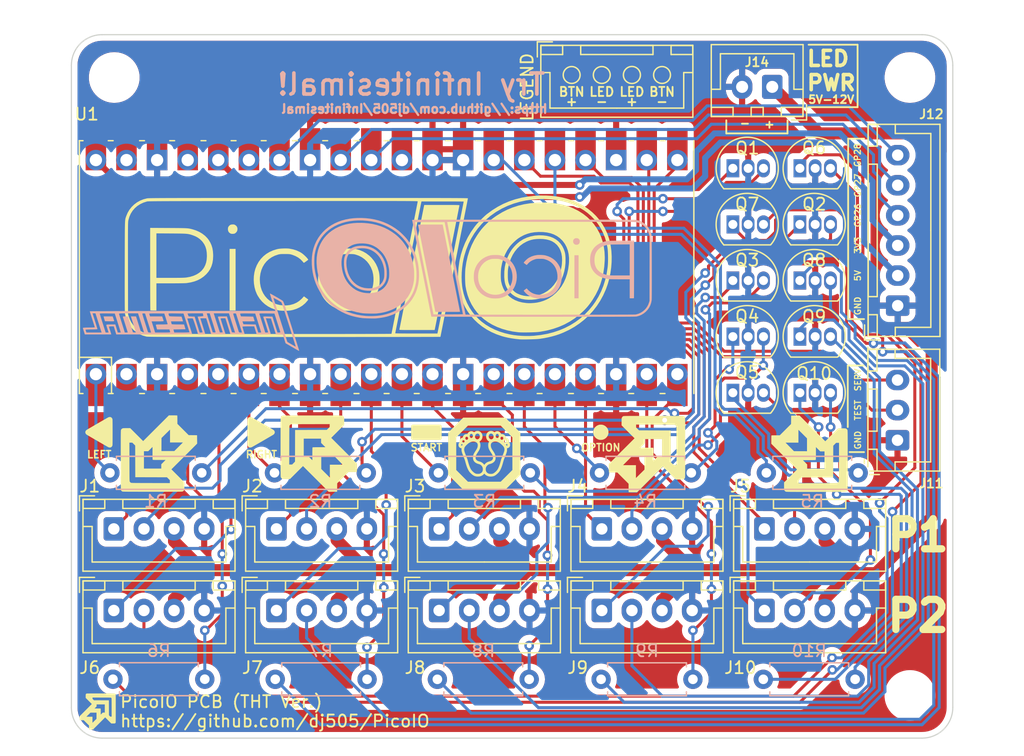
<source format=kicad_pcb>
(kicad_pcb (version 20211014) (generator pcbnew)
  (layers (0 "F.Cu" signal) (31 "B.Cu" signal) (34 "B.Paste" user) (35 "F.Paste" user) (36 "B.SilkS" user "B.Silkscreen") (37 "F.SilkS" user "F.Silkscreen") (38 "B.Mask" user) (39 "F.Mask" user) (44 "Edge.Cuts" user))
  (net 0 "")
  (net 1 "P1 DL")
  (net 2 "P1 DL LED")
  (net 3 "GND")
  (net 4 "P1 UL")
  (net 5 "P1 UL LED")
  (net 6 "P1 CN")
  (net 7 "P1 CN LED")
  (net 8 "P1 UR")
  (net 9 "P1 UR LED")
  (net 10 "P1 DR")
  (net 11 "P1 DR LED")
  (net 12 "P2 DL")
  (net 13 "P2 DL LED")
  (net 14 "P2 UL")
  (net 15 "P2 UL LED")
  (net 16 "P2 CN")
  (net 17 "P2 CN LED")
  (net 18 "P2 UR")
  (net 19 "P2 UR LED")
  (net 20 "P2 DR")
  (net 21 "P2 DR LED")
  (net 22 "TEST")
  (net 23 "SERVICE")
  (net 24 "+3V3")
  (net 25 "+5V")
  (net 30 "Net-(J1-Pad2)")
  (net 31 "Net-(J2-Pad2)")
  (net 32 "Net-(J3-Pad2)")
  (net 33 "Net-(J4-Pad2)")
  (net 34 "Net-(J5-Pad2)")
  (net 35 "LED +")
  (net 36 "GP26")
  (net 37 "GP27")
  (net 38 "GP28")
  (net 39 "Net-(J6-Pad2)")
  (net 40 "Net-(J7-Pad2)")
  (net 41 "Net-(J8-Pad2)")
  (net 42 "Net-(Q1-Pad1)")
  (net 43 "Net-(Q2-Pad1)")
  (net 44 "Net-(Q3-Pad1)")
  (net 45 "Net-(Q4-Pad1)")
  (net 46 "Net-(Q5-Pad1)")
  (net 47 "Net-(Q6-Pad1)")
  (net 48 "Net-(Q7-Pad1)")
  (net 49 "Net-(Q8-Pad1)")
  (net 50 "Net-(Q9-Pad1)")
  (net 51 "Net-(Q10-Pad1)")
  (net 52 "Net-(J9-Pad2)")
  (net 53 "Net-(J10-Pad2)")
  (footprint "Connector_JST:JST_XH_B4B-XH-A_1x04_P2.50mm_Vertical" (layer "F.Cu") (at 167.48 106.508)
    (fp_text reference "J5")
    (fp_text value "Conn_01x04")
  )
  (footprint "MCU_RaspberryPi_and_Boards:RPi_Pico_SMD_TH" (layer "F.Cu") (at 136.122 84.765 90)
    (fp_text reference "U1")
    (fp_text value "Pico")
  )
  (footprint "Connector_JST:JST_XH_B4B-XH-A_1x04_P2.50mm_Vertical" (layer "F.Cu") (at 167.48 113.283)
    (fp_text reference "J10")
    (fp_text value "Conn_01x04")
  )
  (footprint "Connector_JST:JST_XH_B4B-XH-A_1x04_P2.50mm_Vertical" (layer "F.Cu") (at 151.48 68.808)
    (fp_text reference "J4" hide)
    (fp_text value "Conn_01x04" hide)
  )
  (footprint "Connector_JST:JST_XH_B3B-XH-A_1x03_P2.50mm_Vertical" (layer "F.Cu") (at 178.523 99.143 90)
    (fp_text reference "J11")
    (fp_text value "Conn_01x03")
  )
  (footprint "Connector_JST:JST_XH_B4B-XH-A_1x04_P2.50mm_Vertical" (layer "F.Cu") (at 113.48 113.283)
    (fp_text reference "J6")
    (fp_text value "Conn_01x04")
  )
  (footprint "MountingHole:MountingHole_3.2mm_M3" (layer "F.Cu") (at 179.556 69.017)
    (fp_text reference "REF**" hide)
    (fp_text value "MountingHole_3.2mm_M3")
  )
  (footprint "Package_TO_SOT_THT:TO-92L_Inline" (layer "F.Cu") (at 164.86 76.56)
    (fp_text reference "Q1")
    (fp_text value "BSS138")
  )
  (footprint "Package_TO_SOT_THT:TO-92L_Inline" (layer "F.Cu") (at 164.86 90.54)
    (fp_text reference "Q4")
    (fp_text value "BSS138")
  )
  (footprint "Connector_JST:JST_XH_B4B-XH-A_1x04_P2.50mm_Vertical" (layer "F.Cu") (at 126.98 113.283)
    (fp_text reference "J7")
    (fp_text value "Conn_01x04")
  )
  (footprint "Connector_JST:JST_XH_B4B-XH-A_1x04_P2.50mm_Vertical" (layer "F.Cu") (at 140.48 106.508)
    (fp_text reference "J3")
    (fp_text value "Conn_01x04")
  )
  (footprint "Connector_JST:JST_XH_B4B-XH-A_1x04_P2.50mm_Vertical" (layer "F.Cu") (at 153.98 106.508)
    (fp_text reference "J4")
    (fp_text value "Conn_01x04")
  )
  (footprint "Connector_JST:JST_XH_B4B-XH-A_1x04_P2.50mm_Vertical" (layer "F.Cu") (at 113.48 106.508)
    (fp_text reference "J1")
    (fp_text value "Conn_01x04")
  )
  (footprint "Package_TO_SOT_THT:TO-92L_Inline" (layer "F.Cu") (at 164.859 85.88)
    (fp_text reference "Q3")
    (fp_text value "BSS138")
  )
  (footprint "Package_TO_SOT_THT:TO-92L_Inline" (layer "F.Cu") (at 170.42 95.2)
    (fp_text reference "Q10")
    (fp_text value "BSS138")
  )
  (footprint "Package_TO_SOT_THT:TO-92L_Inline" (layer "F.Cu") (at 164.86 81.22)
    (fp_text reference "Q7")
    (fp_text value "BSS138")
  )
  (footprint "Connector_JST:JST_XH_B6B-XH-A_1x06_P2.50mm_Vertical" (layer "F.Cu") (at 178.54 87.967 90)
    (fp_text reference "J12")
    (fp_text value "Conn_01x06")
  )
  (footprint "Package_TO_SOT_THT:TO-92L_Inline" (layer "F.Cu") (at 170.42 85.88)
    (fp_text reference "Q8")
    (fp_text value "BSS138")
  )
  (footprint "LogoFootprints:Arrow_6" (layer "F.Cu") (at 171.23 100.259 -90)
    (fp_text reference "G***" hide)
    (fp_text value "LOGO" hide)
  )
  (footprint "LogoFootprints:Btnboard_Start-2_8mm" (layer "F.Cu") (at 139.424 98.481)
    (fp_text reference "G***" hide)
    (fp_text value "LOGO" hide)
  )
  (footprint "Connector_JST:JST_XH_B4B-XH-A_1x04_P2.50mm_Vertical" (layer "F.Cu") (at 126.98 106.508)
    (fp_text reference "J2")
    (fp_text value "Conn_01x04")
  )
  (footprint "LogoFootprints:Arrow_6" (layer "F.Cu") (at 130.48 100.259 90)
    (fp_text reference "G***" hide)
    (fp_text value "LOGO" hide)
  )
  (footprint "LogoFootprints:Arrow_6" (layer "F.Cu") (at 157.73 100.283)
    (fp_text reference "G***" hide)
    (fp_text value "LOGO" hide)
  )
  (footprint "LogoFootprints:PicoIO" (layer "F.Cu") (at 134.598 84.765)
    (fp_text reference "G***" hide)
    (fp_text value "LOGO" hide)
  )
  (footprint "LogoFootprints:Btnboard_Options-2_8mm" (layer "F.Cu") (at 153.902 98.481)
    (fp_text reference "G***" hide)
    (fp_text value "LOGO" hide)
  )
  (footprint "LogoFootprints:Btnboard_Arrow-2_8mm" (layer "F.Cu") (at 125.708 98.481)
    (fp_text reference "G***" hide)
    (fp_text value "LOGO" hide)
  )
  (footprint "Package_TO_SOT_THT:TO-92L_Inline" (layer "F.Cu") (at 170.42 76.56)
    (fp_text reference "Q6")
    (fp_text value "BSS138")
  )
  (footprint "LogoFootprints:Arrow_6" (layer "F.Cu") (at 117.23 100.259 180)
    (fp_text reference "G***" hide)
    (fp_text value "LOGO" hide)
  )
  (footprint "LogoFootprints:Arrow_3mm" (layer "F.Cu") (at 112.141 121.666)
    (fp_text reference "G***" hide)
    (fp_text value "LOGO" hide)
  )
  (footprint "LogoFootprints:Btnboard_Arrow-2_8mm" (layer "F.Cu") (at 112.246 98.481 180)
    (fp_text reference "G***" hide)
    (fp_text value "LOGO" hide)
  )
  (footprint "Package_TO_SOT_THT:TO-92L_Inline" (layer "F.Cu") (at 164.859 95.2)
    (fp_text reference "Q5")
    (fp_text value "BSS138")
  )
  (footprint "Connector_JST:JST_XH_B4B-XH-A_1x04_P2.50mm_Vertical" (layer "F.Cu") (at 153.98 113.283)
    (fp_text reference "J9")
    (fp_text value "Conn_01x04")
  )
  (footprint "LogoFootprints:CenterStep_6mm" (layer "F.Cu") (at 144.23 100.259)
    (fp_text reference "G***" hide)
    (fp_text value "LOGO" hide)
  )
  (footprint "Package_TO_SOT_THT:TO-92L_Inline" (layer "F.Cu") (at 170.42 81.22)
    (fp_text reference "Q2")
    (fp_text value "BSS138")
  )
  (footprint "MountingHole:MountingHole_3.2mm_M3" (layer "F.Cu") (at 179.556 120.343051)
    (fp_text reference "REF**" hide)
    (fp_text value "MountingHole_3.2mm_M3")
  )
  (footprint "MountingHole:MountingHole_3.2mm_M3" (layer "F.Cu") (at 113.516 69.017)
    (fp_text reference "REF**" hide)
    (fp_text value "MountingHole_3.2mm_M3")
  )
  (footprint "Connector_JST:JST_XH_B2B-XH-A_1x02_P2.50mm_Vertical" (layer "F.Cu") (at 168.126 69.796 180)
    (fp_text reference "J14")
    (fp_text value "Conn_01x02")
  )
  (footprint "Connector_JST:JST_XH_B4B-XH-A_1x04_P2.50mm_Vertical" (layer "F.Cu") (at 140.48 113.283)
    (fp_text reference "J8")
    (fp_text value "Conn_01x04")
  )
  (footprint "Package_TO_SOT_THT:TO-92L_Inline" (layer "F.Cu") (at 170.4218 90.54)
    (fp_text reference "Q9")
    (fp_text value "BSS138")
  )
  (footprint "Resistor_THT:R_Axial_DIN0207_L6.3mm_D2.5mm_P7.62mm_Horizontal" (layer "B.Cu") (at 113.157 101.85)
    (fp_text reference "R1")
    (fp_text value "10K")
  )
  (footprint "LogoFootprints:InfinitesimalLoop_18mm" (layer "B.Cu") (at 119.888 82.733 180)
    (fp_text reference "G***" hide)
    (fp_text value "LOGO" hide)
  )
  (footprint "Resistor_THT:R_Axial_DIN0207_L6.3mm_D2.5mm_P7.62mm_Horizontal" (layer "B.Cu") (at 175.006 118.999 180)
    (fp_text reference "R10")
    (fp_text value "10K")
  )
  (footprint "LogoFootprints:PicoIO-8_38mm" (layer "B.Cu") (at 144.018 84.836 180)
    (fp_text reference "G***" hide)
    (fp_text value "LOGO" hide)
  )
  (footprint "Resistor_THT:R_Axial_DIN0207_L6.3mm_D2.5mm_P7.62mm_Horizontal" (layer "B.Cu") (at 161.544 118.999 180)
    (fp_text reference "R9")
    (fp_text value "10K")
  )
  (footprint "Resistor_THT:R_Axial_DIN0207_L6.3mm_D2.5mm_P7.62mm_Horizontal" (layer "B.Cu") (at 121.03 118.99 180)
    (fp_text reference "R6")
    (fp_text value "10K")
  )
  (footprint "Resistor_THT:R_Axial_DIN0207_L6.3mm_D2.5mm_P7.62mm_Horizontal" (layer "B.Cu") (at 134.5 118.999 180)
    (fp_text reference "R7")
    (fp_text value "10K")
  )
  (footprint "Resistor_THT:R_Axial_DIN0207_L6.3mm_D2.5mm_P7.62mm_Horizontal" (layer "B.Cu") (at 140.425 101.85)
    (fp_text reference "R3")
    (fp_text value "10K")
  )
  (footprint "LogoFootprints:InfinitesimalLogo_18mm" (layer "B.Cu") (at 119.888 89.337 180)
    (fp_text reference "G***" hide)
    (fp_text value "LOGO" hide)
  )
  (footprint "Resistor_THT:R_Axial_DIN0207_L6.3mm_D2.5mm_P7.62mm_Horizontal" (layer "B.Cu") (at 126.815 101.85)
    (fp_text reference "R2")
    (fp_text value "10K")
  )
  (footprint "Resistor_THT:R_Axial_DIN0207_L6.3mm_D2.5mm_P7.62mm_Horizontal" (layer "B.Cu") (at 153.79 101.85)
    (fp_text reference "R4")
    (fp_text value "10K")
  )
  (footprint "Resistor_THT:R_Axial_DIN0207_L6.3mm_D2.5mm_P7.62mm_Horizontal" (layer "B.Cu") (at 167.64 101.85)
    (fp_text reference "R5")
    (fp_text value "10K")
  )
  (footprint "Resistor_THT:R_Axial_DIN0207_L6.3mm_D2.5mm_P7.62mm_Horizontal" (layer "B.Cu") (at 147.955 118.999 180)
    (fp_text reference "R8")
    (fp_text value "10K")
  )
  (gr_line (start 174.427436 74.097) (end 174.427436 89.083) (layer "F.SilkS") (width 0.15))
  (gr_line (start 175.7172 92.9386) (end 174.3964 92.9386) (layer "F.SilkS") (width 0.15))
  (gr_line (start 174.3964 98.044) (end 174.3964 92.9386) (layer "F.SilkS") (width 0.15))
  (gr_line (start 175.2109 71.480187) (end 171.1435 71.480187) (layer "F.SilkS") (width 0.15))
  (gr_line (start 164.3126 73.66) (end 169.3926 73.66) (layer "F.SilkS") (width 0.15))
  (gr_line (start 169.3926 73.66) (end 169.396 72.573) (layer "F.SilkS") (width 0.15))
  (gr_line (start 174.427436 89.083) (end 175.746 89.083) (layer "F.SilkS") (width 0.15))
  (gr_line (start 171.1452 66.294) (end 175.2092 66.294) (layer "F.SilkS") (width 0.15))
  (gr_line (start 175.7443 100.1294) (end 174.5488 100.1268) (layer "F.SilkS") (width 0.15))
  (gr_line (start 175.2092 66.294) (end 175.2109 71.480187) (layer "F.SilkS") (width 0.15))
  (gr_line (start 164.316 72.573) (end 164.3126 73.66) (layer "F.SilkS") (width 0.15))
  (gr_line (start 175.746 74.097) (end 174.427436 74.097) (layer "F.SilkS") (width 0.15))
  (gr_arc (start 112.5 123.881) (mid 110.703949 123.137051) (end 109.96 121.341) (layer "Edge.Cuts") (width 0.1))
  (gr_arc (start 183.112 121.341) (mid 182.368022 123.137022) (end 180.572 123.881) (layer "Edge.Cuts") (width 0.1))
  (gr_arc (start 180.572 65.461) (mid 182.368051 66.204949) (end 183.112 68.001) (layer "Edge.Cuts") (width 0.1))
  (gr_line (start 183.112 121.341) (end 183.112 68.001) (layer "Edge.Cuts") (width 0.1))
  (gr_line (start 109.96 68.001) (end 109.96 121.341) (layer "Edge.Cuts") (width 0.1))
  (gr_arc (start 109.96 68.001) (mid 110.703949 66.204949) (end 112.5 65.461) (layer "Edge.Cuts") (width 0.1))
  (gr_line (start 112.5 123.881) (end 180.572 123.881) (layer "Edge.Cuts") (width 0.1))
  (gr_line (start 112.5 65.461) (end 180.572 65.461) (layer "Edge.Cuts") (width 0.1))
  (gr_text "https://github.com/dj505/Infinitesimal" (at 138.43 71.628) (layer "B.SilkS") (effects (font (size 0.73 0.73) (thickness 0.1825)) (justify mirror)))
  (gr_text "Try Infinitesimal!" (at 138.176 69.596) (layer "B.SilkS") (effects (font (size 1.75 1.75) (thickness 0.3)) (justify mirror)))
  (gr_text "LED\nPWR" (at 170.8658 68.457587) (layer "F.SilkS") (effects (font (size 1.25 1.25) (thickness 0.3)) (justify left)))
  (gr_text "LEGEND" (at 147.786 69.819 90) (layer "F.SilkS") (effects (font (size 1 1))))
  (gr_text "P1\n" (at 180.23 107.033) (layer "F.SilkS") (effects (font (size 2.5 2.5) (thickness 0.6))))
  (gr_text "GP27\n" (at 175.227144 77.978 90) (layer "F.SilkS") (effects (font (size 0.5 0.5) (thickness 0.1))))
  (gr_text "LEFT" (at 112.268 100.33) (layer "F.SilkS") (effects (font (size 0.6 0.6) (thickness 0.125))))
  (gr_text "P2\n" (at 180.23 113.733) (layer "F.SilkS") (effects (font (size 2.5 2.5) (thickness 0.6))))
  (gr_text "3V3" (at 175.225445 82.9564 90) (layer "F.SilkS") (effects (font (size 0.5 0.5) (thickness 0.1))))
  (gr_text "OPTION" (at 153.902 99.751) (layer "F.SilkS") (effects (font (size 0.6 0.6) (thickness 0.125))))
  (gr_text "5V" (at 175.225445 85.471 90) (layer "F.SilkS") (effects (font (size 0.5 0.5) (thickness 0.1))))
  (gr_text "-" (at 165.862 72.898 180) (layer "F.SilkS") (effects (font (size 0.65 0.65))))
  (gr_text "GND" (at 175.23343 99.1362 90) (layer "F.SilkS") (effects (font (size 0.5 0.5) (thickness 0.1))))
  (gr_text "SERV" (at 175.23343 94.1324 90) (layer "F.SilkS") (effects (font (size 0.5 0.5) (thickness 0.1))))
  (gr_text "PicoIO PCB (THT Ver.)\nhttps://github.com/dj505/PicoIO" (at 113.919 121.666) (layer "F.SilkS") (effects (font (size 1 1)) (justify left)))
  (gr_text "GP26\n" (at 175.228093 80.4672 90) (layer "F.SilkS") (effects (font (size 0.5 0.5) (thickness 0.1))))
  (gr_text "5V-12V" (at 173.0248 70.845187) (layer "F.SilkS") (effects (font (size 0.65 0.65))))
  (gr_text "GP28" (at 175.2092 75.4634 90) (layer "F.SilkS") (effects (font (size 0.5 0.5) (thickness 0.1))))
  (gr_text "RIGHT" (at 125.73 100.33) (layer "F.SilkS") (effects (font (size 0.6 0.6) (thickness 0.125))))
  (gr_text "TEST" (at 175.23343 96.647 90) (layer "F.SilkS") (effects (font (size 0.5 0.5) (thickness 0.1))))
  (gr_text "GND" (at 175.225445 87.9856 90) (layer "F.SilkS") (effects (font (size 0.5 0.5) (thickness 0.1))))
  (gr_text "START" (at 139.424 99.751) (layer "F.SilkS") (effects (font (size 0.6 0.6) (thickness 0.125))))
  (gr_text "+" (at 167.894 72.898) (layer "F.SilkS") (effects (font (size 0.65 0.65))))
  (segment (start 114.532 93.655) (end 114.554 93.677) (width 0.25) (layer "F.Cu") (net 1))
  (segment (start 114.554 93.677) (end 114.554 105.434) (width 0.25) (layer "F.Cu") (net 1))
  (segment (start 114.554 105.434) (end 113.48 106.508) (width 0.25) (layer "F.Cu") (net 1))
  (segment (start 111.992 100.685) (end 113.157 101.85) (width 0.25) (layer "B.Cu") (net 2))
  (segment (start 111.992 93.655) (end 111.992 100.685) (width 0.25) (layer "B.Cu") (net 2))
  (segment (start 126.98 106.508) (end 128.143 105.345) (width 0.25) (layer "F.Cu") (net 4))
  (segment (start 128.143 97.282) (end 127.232 96.371) (width 0.25) (layer "F.Cu") (net 4))
  (segment (start 127.232 96.371) (end 127.232 93.655) (width 0.25) (layer "F.Cu") (net 4))
  (segment (start 128.143 105.345) (end 128.143 97.282) (width 0.25) (layer "F.Cu") (net 4))
  (segment (start 126.815 101.85) (end 124.692 99.727) (width 0.25) (layer "F.Cu") (net 5))
  (segment (start 124.692 99.727) (end 124.692 93.655) (width 0.25) (layer "F.Cu") (net 5))
  (segment (start 126.815 101.85) (end 126.815 101.669) (width 0.25) (layer "B.Cu") (net 5))
  (segment (start 141.6 98.039) (end 139.932 96.371) (width 0.25) (layer "F.Cu") (net 6))
  (segment (start 140.48 106.508) (end 141.6 105.388) (width 0.25) (layer "F.Cu") (net 6))
  (segment (start 139.932 96.371) (end 139.932 93.655) (width 0.25) (layer "F.Cu") (net 6))
  (segment (start 141.6 105.388) (end 141.6 98.039) (width 0.25) (layer "F.Cu") (net 6))
  (segment (start 140.425 101.85) (end 137.392 98.817) (width 0.25) (layer "F.Cu") (net 7))
  (segment (start 137.392 98.817) (end 137.392 93.655) (width 0.25) (layer "F.Cu") (net 7))
  (segment (start 152.632 105.16) (end 153.98 106.508) (width 0.25) (layer "F.Cu") (net 8))
  (segment (start 152.632 93.655) (end 152.632 105.16) (width 0.25) (layer "F.Cu") (net 8))
  (segment (start 150.092 93.655) (end 150.092 98.0065) (width 0.25) (layer "F.Cu") (net 9))
  (segment (start 150.092 98.0065) (end 151.9075 99.822) (width 0.25) (layer "F.Cu") (net 9))
  (via (at 151.9075 99.822) (size 0.8) (drill 0.4) (layers "F.Cu" "B.Cu") (net 9))
  (segment (start 153.79 101.7045) (end 151.9075 99.822) (width 0.25) (layer "B.Cu") (net 9))
  (segment (start 153.79 101.85) (end 153.79 101.7045) (width 0.25) (layer "B.Cu") (net 9))
  (segment (start 167.48 106.012) (end 161.61595 100.14795) (width 0.25) (layer "F.Cu") (net 10))
  (segment (start 162.48 91.999188) (end 161.263812 90.783) (width 0.25) (layer "F.Cu") (net 10))
  (segment (start 158.857208 90.783) (end 156.98 88.905792) (width 0.25) (layer "F.Cu") (net 10))
  (segment (start 148.893 77.216) (end 147.552 75.875) (width 0.25) (layer "F.Cu") (net 10))
  (segment (start 153.903604 77.783) (end 153.336604 77.216) (width 0.25) (layer "F.Cu") (net 10))
  (segment (start 153.336604 77.216) (end 148.893 77.216) (width 0.25) (layer "F.Cu") (net 10))
  (segment (start 161.61595 98.042249) (end 162.48 97.178199) (width 0.25) (layer "F.Cu") (net 10))
  (segment (start 156.293604 77.783) (end 153.903604 77.783) (width 0.25) (layer "F.Cu") (net 10))
  (segment (start 156.98 78.469396) (end 156.293604 77.783) (width 0.25) (layer "F.Cu") (net 10))
  (segment (start 156.98 88.905792) (end 156.98 78.469396) (width 0.25) (layer "F.Cu") (net 10))
  (segment (start 161.61595 100.14795) (end 161.61595 98.042249) (width 0.25) (layer "F.Cu") (net 10))
  (segment (start 162.48 97.178199) (end 162.48 91.999188) (width 0.25) (layer "F.Cu") (net 10))
  (segment (start 167.48 106.508) (end 167.48 106.012) (width 0.25) (layer "F.Cu") (net 10))
  (segment (start 161.263812 90.783) (end 158.857208 90.783) (width 0.25) (layer "F.Cu") (net 10))
  (segment (start 164.971604 97.028) (end 163.977802 97.028) (width 0.25) (layer "B.Cu") (net 11))
  (segment (start 167.64 100.839396) (end 166.936 100.135396) (width 0.25) (layer "B.Cu") (net 11))
  (segment (start 163.38 96.430198) (end 163.38 84.831198) (width 0.25) (layer "B.Cu") (net 11))
  (segment (start 151.892 82.042) (end 145.725 75.875) (width 0.25) (layer "B.Cu") (net 11))
  (segment (start 167.64 101.596) (end 167.64 100.839396) (width 0.25) (layer "B.Cu") (net 11))
  (segment (start 160.590802 82.042) (end 151.892 82.042) (width 0.25) (layer "B.Cu") (net 11))
  (segment (start 166.936 98.992396) (end 164.971604 97.028) (width 0.25) (layer "B.Cu") (net 11))
  (segment (start 163.38 84.831198) (end 160.590802 82.042) (width 0.25) (layer "B.Cu") (net 11))
  (segment (start 166.936 100.135396) (end 166.936 98.992396) (width 0.25) (layer "B.Cu") (net 11))
  (segment (start 163.977802 97.028) (end 163.38 96.430198) (width 0.25) (layer "B.Cu") (net 11))
  (segment (start 145.725 75.875) (end 145.012 75.875) (width 0.25) (layer "B.Cu") (net 11))
  (segment (start 123.2045 105.621104) (end 122.206299 104.622903) (width 0.25) (layer "F.Cu") (net 12))
  (segment (start 122.206299 104.622903) (end 122.206299 93.709299) (width 0.25) (layer "F.Cu") (net 12))
  (segment (start 122.206299 93.709299) (end 122.152 93.655) (width 0.25) (layer "F.Cu") (net 12))
  (segment (start 123.2045 106.553) (end 123.2045 105.621104) (width 0.25) (layer "F.Cu") (net 12))
  (via (at 123.2045 106.553) (size 0.8) (drill 0.4) (layers "F.Cu" "B.Cu") (net 12))
  (segment (start 123.2045 106.553) (end 121.6245 108.133) (width 0.25) (layer "B.Cu") (net 12))
  (segment (start 121.6245 108.133) (end 118.63 108.133) (width 0.25) (layer "B.Cu") (net 12))
  (segment (start 118.63 108.133) (end 113.48 113.283) (width 0.25) (layer "B.Cu") (net 12))
  (segment (start 122.48 111.252) (end 122.48 113.569701) (width 0.25) (layer "F.Cu") (net 13))
  (segment (start 122.48 108.585) (end 122.48 105.533) (width 0.25) (layer "F.Cu") (net 13))
  (segment (start 121.114701 114.935) (end 121.031 114.935) (width 0.25) (layer "F.Cu") (net 13))
  (segment (start 122.48 113.569701) (end 121.114701 114.935) (width 0.25) (layer "F.Cu") (net 13))
  (segment (start 119.612 102.665) (end 119.612 93.655) (width 0.25) (layer "F.Cu") (net 13))
  (segment (start 122.48 105.533) (end 119.612 102.665) (width 0.25) (layer "F.Cu") (net 13))
  (via (at 121.031 114.935) (size 0.8) (drill 0.4) (layers "F.Cu" "B.Cu") (net 13))
  (via (at 122.48 108.585) (size 0.8) (drill 0.4) (layers "F.Cu" "B.Cu") (net 13))
  (via (at 122.48 111.252) (size 0.8) (drill 0.4) (layers "F.Cu" "B.Cu") (net 13))
  (segment (start 121.03 114.936) (end 121.03 118.99) (width 0.25) (layer "B.Cu") (net 13))
  (segment (start 122.48 111.252) (end 122.48 108.585) (width 0.25) (layer "B.Cu") (net 13))
  (segment (start 121.031 114.935) (end 121.03 114.936) (width 0.25) (layer "B.Cu") (net 13))
  (segment (start 136.08 104.508402) (end 136.08 101.282) (width 0.25) (layer "F.Cu") (net 14))
  (segment (start 134.852 100.054) (end 134.852 93.655) (width 0.25) (layer "F.Cu") (net 14))
  (segment (start 136.08 101.282) (end 134.852 100.054) (width 0.25) (layer "F.Cu") (net 14))
  (segment (start 136.086299 104.514701) (end 136.08 104.508402) (width 0.25) (layer "F.Cu") (net 14))
  (via (at 136.086299 104.514701) (size 0.8) (drill 0.4) (layers "F.Cu" "B.Cu") (net 14))
  (segment (start 136.086299 104.514701) (end 136.086299 107.126701) (width 0.25) (layer "B.Cu") (net 14))
  (segment (start 132.13 108.133) (end 126.98 113.283) (width 0.25) (layer "B.Cu") (net 14))
  (segment (start 136.086299 107.126701) (end 135.08 108.133) (width 0.25) (layer "B.Cu") (net 14))
  (segment (start 135.08 108.133) (end 132.13 108.133) (width 0.25) (layer "B.Cu") (net 14))
  (segment (start 135.88 111.389) (end 135.88 114.945) (width 0.25) (layer "F.Cu") (net 15))
  (segment (start 135.89 111.379) (end 135.88 111.389) (width 0.25) (layer "F.Cu") (net 15))
  (segment (start 135.88 108.585) (end 135.88 105.333) (width 0.25) (layer "F.Cu") (net 15))
  (segment (start 135.88 105.333) (end 132.312 101.765) (width 0.25) (layer "F.Cu") (net 15))
  (segment (start 132.312 101.765) (end 132.312 93.655) (width 0.25) (layer "F.Cu") (net 15))
  (segment (start 135.88 114.945) (end 134.493 116.332) (width 0.25) (layer "F.Cu") (net 15))
  (via (at 135.89 111.379) (size 0.8) (drill 0.4) (layers "F.Cu" "B.Cu") (net 15))
  (via (at 135.88 108.585) (size 0.8) (drill 0.4) (layers "F.Cu" "B.Cu") (net 15))
  (via (at 134.493 116.332) (size 0.8) (drill 0.4) (layers "F.Cu" "B.Cu") (net 15))
  (segment (start 135.89 111.379) (end 135.88 111.369) (width 0.25) (layer "B.Cu") (net 15))
  (segment (start 134.493 116.332) (end 134.5 116.339) (width 0.25) (layer "B.Cu") (net 15))
  (segment (start 135.88 111.369) (end 135.88 108.585) (width 0.25) (layer "B.Cu") (net 15))
  (segment (start 134.5 116.339) (end 134.5 118.999) (width 0.25) (layer "B.Cu") (net 15))
  (segment (start 149.258799 99.728799) (end 147.552 98.022) (width 0.25) (layer "F.Cu") (net 16))
  (segment (start 149.512799 104.741201) (end 149.258799 104.487201) (width 0.25) (layer "F.Cu") (net 16))
  (segment (start 147.552 98.022) (end 147.552 93.655) (width 0.25) (layer "F.Cu") (net 16))
  (segment (start 149.258799 104.487201) (end 149.258799 99.728799) (width 0.25) (layer "F.Cu") (net 16))
  (via (at 149.512799 104.741201) (size 0.8) (drill 0.4) (layers "F.Cu" "B.Cu") (net 16))
  (segment (start 142.003 111.76) (end 140.48 113.283) (width 0.25) (layer "B.Cu") (net 16))
  (segment (start 149.512799 107.630451) (end 148.59 108.55325) (width 0.25) (layer "B.Cu") (net 16))
  (segment (start 148.59 108.55325) (end 148.59 110.236) (width 0.25) (layer "B.Cu") (net 16))
  (segment (start 147.066 111.76) (end 142.003 111.76) (width 0.25) (layer "B.Cu") (net 16))
  (segment (start 148.59 110.236) (end 147.066 111.76) (width 0.25) (layer "B.Cu") (net 16))
  (segment (start 149.512799 104.741201) (end 149.512799 107.630451) (width 0.25) (layer "B.Cu") (net 16))
  (segment (start 149.48 114.68) (end 147.955 116.205) (width 0.25) (layer "F.Cu") (net 17))
  (segment (start 149.48 108.687848) (end 149.48 105.792) (width 0.25) (layer "F.Cu") (net 17))
  (segment (start 148.787799 103.829799) (end 148.336 103.378) (width 0.25) (layer "F.Cu") (net 17))
  (segment (start 146.558 97.0465) (end 145.012 95.5005) (width 0.25) (layer "F.Cu") (net 17))
  (segment (start 146.558 102.362) (end 146.558 97.0465) (width 0.25) (layer "F.Cu") (net 17))
  (segment (start 149.48 111.507) (end 149.48 114.68) (width 0.25) (layer "F.Cu") (net 17))
  (segment (start 148.787799 105.099799) (end 148.787799 103.829799) (width 0.25) (layer "F.Cu") (net 17))
  (segment (start 145.012 95.5005) (end 145.012 93.655) (width 0.25) (layer "F.Cu") (net 17))
  (segment (start 149.467424 108.700424) (end 149.48 108.687848) (width 0.25) (layer "F.Cu") (net 17))
  (segment (start 149.48 105.792) (end 148.787799 105.099799) (width 0.25) (layer "F.Cu") (net 17))
  (segment (start 148.336 103.378) (end 147.574 103.378) (width 0.25) (layer "F.Cu") (net 17))
  (segment (start 147.574 103.378) (end 146.558 102.362) (width 0.25) (layer "F.Cu") (net 17))
  (segment (start 149.479 111.506) (end 149.48 111.507) (width 0.25) (layer "F.Cu") (net 17))
  (via (at 149.467424 108.700424) (size 0.8) (drill 0.4) (layers "F.Cu" "B.Cu") (net 17))
  (via (at 147.955 116.205) (size 0.8) (drill 0.4) (layers "F.Cu" "B.Cu") (net 17))
  (via (at 149.479 111.506) (size 0.8) (drill 0.4) (layers "F.Cu" "B.Cu") (net 17))
  (segment (start 149.479 108.712) (end 149.479 111.506) (width 0.25) (layer "B.Cu") (net 17))
  (segment (start 147.955 116.205) (end 147.955 118.999) (width 0.25) (layer "B.Cu") (net 17))
  (segment (start 149.467424 108.700424) (end 149.479 108.712) (width 0.25) (layer "B.Cu") (net 17))
  (segment (start 162.816799 104.645201) (end 162.557201 104.645201) (width 0.25) (layer "F.Cu") (net 18))
  (segment (start 158.162 97.489) (end 160.252 95.399) (width 0.25) (layer "F.Cu") (net 18))
  (segment (start 162.557201 104.645201) (end 158.162 100.25) (width 0.25) (layer "F.Cu") (net 18))
  (segment (start 160.252 95.399) (end 160.252 93.655) (width 0.25) (layer "F.Cu") (net 18))
  (segment (start 158.162 100.25) (end 158.162 97.489) (width 0.25) (layer "F.Cu") (net 18))
  (via (at 162.816799 104.645201) (size 0.8) (drill 0.4) (layers "F.Cu" "B.Cu") (net 18))
  (segment (start 159.313 107.95) (end 153.98 113.283) (width 0.25) (layer "B.Cu") (net 18))
  (segment (start 161.9035 107.95) (end 159.313 107.95) (width 0.25) (layer "B.Cu") (net 18))
  (segment (start 162.814 107.0395) (end 161.9035 107.95) (width 0.25) (layer "B.Cu") (net 18))
  (segment (start 162.814 104.648) (end 162.814 107.0395) (width 0.25) (layer "B.Cu") (net 18))
  (segment (start 162.816799 104.645201) (end 162.814 104.648) (width 0.25) (layer "B.Cu") (net 18))
  (segment (start 163.08 108.585) (end 163.08 105.933) (width 0.25) (layer "F.Cu") (net 19))
  (segment (start 157.712 100.565) (end 157.712 93.655) (width 0.25) (layer "F.Cu") (net 19))
  (segment (start 163.08 111.506) (end 163.08 113.469701) (width 0.25) (layer "F.Cu") (net 19))
  (segment (start 163.08 113.469701) (end 161.614701 114.935) (width 0.25) (layer "F.Cu") (net 19))
  (segment (start 163.08 105.933) (end 157.712 100.565) (width 0.25) (layer "F.Cu") (net 19))
  (segment (start 161.614701 114.935) (end 161.544 114.935) (width 0.25) (layer "F.Cu") (net 19))
  (via (at 163.08 111.506) (size 0.8) (drill 0.4) (layers "F.Cu" "B.Cu") (net 19))
  (via (at 163.08 108.585) (size 0.8) (drill 0.4) (layers "F.Cu" "B.Cu") (net 19))
  (via (at 161.544 114.935) (size 0.8) (drill 0.4) (layers "F.Cu" "B.Cu") (net 19))
  (segment (start 161.544 114.935) (end 161.544 118.999) (width 0.25) (layer "B.Cu") (net 19))
  (segment (start 163.08 111.506) (end 163.08 108.585) (width 0.25) (layer "B.Cu") (net 19))
  (segment (start 159.043604 90.333) (end 157.43 88.719396) (width 0.25) (layer "F.Cu") (net 20))
  (segment (start 162.93 91.812792) (end 161.450208 90.333) (width 0.25) (layer "F.Cu") (net 20))
  (segment (start 157.43 78.283) (end 156.48 77.333) (width 0.25) (layer "F.Cu") (net 20))
  (segment (start 162.06595 99.83595) (end 162.06595 98.228645) (width 0.25) (layer "F.Cu") (net 20))
  (segment (start 165.48 102.733) (end 164.963 102.733) (width 0.25) (layer "F.Cu") (net 20))
  (segment (start 161.450208 90.333) (end 159.043604 90.333) (width 0.25) (layer "F.Cu") (net 20))
  (segment (start 162.06595 98.228645) (end 162.93 97.364595) (width 0.25) (layer "F.Cu") (net 20))
  (segment (start 162.93 97.364595) (end 162.93 91.812792) (width 0.25) (layer "F.Cu") (net 20))
  (segment (start 157.43 88.719396) (end 157.43 78.283) (width 0.25) (layer "F.Cu") (net 20))
  (segment (start 164.963 102.733) (end 162.06595 99.83595) (width 0.25) (layer "F.Cu") (net 20))
  (segment (start 154.09 77.333) (end 152.632 75.875) (width 0.25) (layer "F.Cu") (net 20))
  (segment (start 156.48 77.333) (end 154.09 77.333) (width 0.25) (layer "F.Cu") (net 20))
  (via (at 165.48 102.733) (size 0.8) (drill 0.4) (layers "F.Cu" "B.Cu") (net 20))
  (segment (start 165.48 102.733) (end 166.116 103.369) (width 0.25) (layer "B.Cu") (net 20))
  (segment (start 166.116 103.369) (end 166.116 111.919) (width 0.25) (layer "B.Cu") (net 20))
  (segment (start 166.116 111.919) (end 167.48 113.283) (width 0.25) (layer "B.Cu") (net 20))
  (segment (start 167.386 98.806) (end 165.158 96.578) (width 0.25) (layer "B.Cu") (net 21))
  (segment (start 163.83 96.243802) (end 163.83 84.582) (width 0.25) (layer "B.Cu") (net 21))
  (segment (start 165.158 96.578) (end 164.164198 96.578) (width 0.25) (layer "B.Cu") (net 21))
  (segment (start 179.281001 113.709395) (end 179.281001 103.591793) (width 0.25) (layer "B.Cu") (net 21))
  (segment (start 175.006 118.999) (end 175.006 117.984396) (width 0.25) (layer "B.Cu") (net 21))
  (segment (start 152.146 81.534) (end 150.092 79.48) (width 0.25) (layer "B.Cu") (net 21))
  (segment (start 175.006 117.984396) (end 179.281001 113.709395) (width 0.25) (layer "B.Cu") (net 21))
  (segment (start 173.17 102.05) (end 169.487 102.05) (width 0.25) (layer "B.Cu") (net 21))
  (segment (start 167.386 99.949) (end 167.386 98.806) (width 0.25) (layer "B.Cu") (net 21))
  (segment (start 163.83 84.582) (end 160.782 81.534) (width 0.25) (layer "B.Cu") (net 21))
  (segment (start 169.487 102.05) (end 167.386 99.949) (width 0.25) (layer "B.Cu") (net 21))
  (segment (start 174.244 103.124) (end 173.17 102.05) (width 0.25) (layer "B.Cu") (net 21))
  (segment (start 150.092 79.48) (end 150.092 75.875) (width 0.25) (layer "B.Cu") (net 21))
  (segment (start 178.813208 103.124) (end 174.244 103.124) (width 0.25) (layer "B.Cu") (net 21))
  (segment (start 179.281001 103.591793) (end 178.813208 103.124) (width 0.25) (layer "B.Cu") (net 21))
  (segment (start 160.782 81.534) (end 152.146 81.534) (width 0.25) (layer "B.Cu") (net 21))
  (segment (start 164.164198 96.578) (end 163.83 96.243802) (width 0.25) (layer "B.Cu") (net 21))
  (segment (start 171.958 92.202) (end 176.399 96.643) (width 0.25) (layer "F.Cu") (net 22))
  (segment (start 159.23 89.883) (end 161.636604 89.883) (width 0.25) (layer "F.Cu") (net 22))
  (segment (start 157.88 76.043) (end 157.88 88.533) (width 0.25) (layer "F.Cu") (net 22))
  (segment (start 157.88 88.533) (end 159.23 89.883) (width 0.25) (layer "F.Cu") (net 22))
  (segment (start 157.712 75.875) (end 157.88 76.043) (width 0.25) (layer "F.Cu") (net 22))
  (segment (start 161.636604 89.883) (end 163.955604 92.202) (width 0.25) (layer "F.Cu") (net 22))
  (segment (start 163.955604 92.202) (end 171.958 92.202) (width 0.25) (layer "F.Cu") (net 22))
  (segment (start 176.399 96.643) (end 178.523 96.643) (width 0.25) (layer "F.Cu") (net 22))
  (segment (start 174.535396 94.143) (end 178.523 94.143) (width 0.25) (layer "F.Cu") (net 23))
  (segment (start 164.142 91.752) (end 172.144396 91.752) (width 0.25) (layer "F.Cu") (net 23))
  (segment (start 160.252 76.361) (end 158.33 78.283) (width 0.25) (layer "F.Cu") (net 23))
  (segment (start 158.33 78.283) (end 158.33 88.346604) (width 0.25) (layer "F.Cu") (net 23))
  (segment (start 161.798 89.408) (end 164.142 91.752) (width 0.25) (layer "F.Cu") (net 23))
  (segment (start 158.33 88.346604) (end 159.391396 89.408) (width 0.25) (layer "F.Cu") (net 23))
  (segment (start 160.252 75.875) (end 160.252 76.361) (width 0.25) (layer "F.Cu") (net 23))
  (segment (start 159.391396 89.408) (end 161.798 89.408) (width 0.25) (layer "F.Cu") (net 23))
  (segment (start 172.144396 91.752) (end 174.535396 94.143) (width 0.25) (layer "F.Cu") (net 23))
  (segment (start 124.2175 77.9405) (end 122.152 75.875) (width 0.5) (layer "F.Cu") (net 24))
  (segment (start 152.146 77.9405) (end 124.2175 77.9405) (width 0.5) (layer "F.Cu") (net 24))
  (via (at 152.146 77.9405) (size 0.8) (drill 0.4) (layers "F.Cu" "B.Cu") (net 24))
  (segment (start 161.798 76.708) (end 161.798 75.184) (width 0.5) (layer "B.Cu") (net 24))
  (segment (start 152.146 77.9405) (end 152.6165 77.47) (width 0.5) (layer "B.Cu") (net 24))
  (segment (start 152.6165 77.47) (end 161.036 77.47) (width 0.5) (layer "B.Cu") (net 24))
  (segment (start 161.036 77.47) (end 161.798 76.708) (width 0.5) (layer "B.Cu") (net 24))
  (segment (start 176.463 80.89) (end 178.54 82.967) (width 0.5) (layer "B.Cu") (net 24))
  (segment (start 173.736 73.66) (end 175.768 75.692) (width 0.5) (layer "B.Cu") (net 24))
  (segment (start 176.463 77.657) (end 176.463 80.89) (width 0.5) (layer "B.Cu") (net 24))
  (segment (start 175.768 76.962) (end 176.463 77.657) (width 0.5) (layer "B.Cu") (net 24))
  (segment (start 163.322 73.66) (end 173.736 73.66) (width 0.5) (layer "B.Cu") (net 24))
  (segment (start 161.798 75.184) (end 163.322 73.66) (width 0.5) (layer "B.Cu") (net 24))
  (segment (start 175.768 75.692) (end 175.768 76.962) (width 0.5) (layer "B.Cu") (net 24))
  (segment (start 152.146 78.940003) (end 115.057003 78.940003) (width 0.5) (layer "F.Cu") (net 25))
  (segment (start 115.057003 78.940003) (end 111.992 75.875) (width 0.5) (layer "F.Cu") (net 25))
  (via (at 152.146 78.940003) (size 0.8) (drill 0.4) (layers "F.Cu" "B.Cu") (net 25))
  (segment (start 152.146 78.940003) (end 152.348579 78.940003) (width 0.5) (layer "B.Cu") (net 25))
  (segment (start 175.763 78.227) (end 175.763 82.69) (width 0.5) (layer "B.Cu") (net 25))
  (segment (start 153.056582 78.232) (end 161.544 78.232) (width 0.5) (layer "B.Cu") (net 25))
  (segment (start 173.228 74.422) (end 175.006 76.2) (width 0.5) (layer "B.Cu") (net 25))
  (segment (start 175.763 82.69) (end 178.54 85.467) (width 0.5) (layer "B.Cu") (net 25))
  (segment (start 152.348579 78.940003) (end 153.056582 78.232) (width 0.5) (layer "B.Cu") (net 25))
  (segment (start 175.006 76.2) (end 175.006 77.47) (width 0.5) (layer "B.Cu") (net 25))
  (segment (start 175.006 77.47) (end 175.763 78.227) (width 0.5) (layer "B.Cu") (net 25))
  (segment (start 162.56 77.216) (end 162.56 75.692) (width 0.5) (layer "B.Cu") (net 25))
  (segment (start 162.56 75.692) (end 163.83 74.422) (width 0.5) (layer "B.Cu") (net 25))
  (segment (start 161.544 78.232) (end 162.56 77.216) (width 0.5) (layer "B.Cu") (net 25))
  (segment (start 163.83 74.422) (end 173.228 74.422) (width 0.5) (layer "B.Cu") (net 25))
  (segment (start 166.393082 77.724) (end 164.332396 77.724) (width 0.25) (layer "F.Cu") (net 30))
  (segment (start 161.324401 97.697402) (end 159.419402 97.697402) (width 0.25) (layer "F.Cu") (net 30))
  (segment (start 161.077416 91.233) (end 162.03 92.185584) (width 0.25) (layer "F.Cu") (net 30))
  (segment (start 167.4 76.56) (end 167.4 76.717082) (width 0.25) (layer "F.Cu") (net 30))
  (segment (start 167.4 76.717082) (end 166.393082 77.724) (width 0.25) (layer "F.Cu") (net 30))
  (segment (start 156.2555 80.137) (end 156.2555 88.9455) (width 0.25) (layer "F.Cu") (net 30))
  (segment (start 159.419402 97.697402) (end 159.1988 97.4768) (width 0.25) (layer "F.Cu") (net 30))
  (segment (start 161.919396 80.137) (end 159.0545 80.137) (width 0.25) (layer "F.Cu") (net 30))
  (segment (start 162.03 92.185584) (end 162.03 96.991803) (width 0.25) (layer "F.Cu") (net 30))
  (segment (start 156.2555 88.9455) (end 158.543 91.233) (width 0.25) (layer "F.Cu") (net 30))
  (segment (start 164.332396 77.724) (end 161.919396 80.137) (width 0.25) (layer "F.Cu") (net 30))
  (segment (start 162.03 96.991803) (end 161.324401 97.697402) (width 0.25) (layer "F.Cu") (net 30))
  (segment (start 158.543 91.233) (end 161.077416 91.233) (width 0.25) (layer "F.Cu") (net 30))
  (via (at 159.0545 80.137) (size 0.8) (drill 0.4) (layers "F.Cu" "B.Cu") (net 30))
  (via (at 156.2555 80.137) (size 0.8) (drill 0.4) (layers "F.Cu" "B.Cu") (net 30))
  (via (at 159.1988 97.4768) (size 0.8) (drill 0.4) (layers "F.Cu" "B.Cu") (net 30))
  (segment (start 159.0545 80.137) (end 156.2555 80.137) (width 0.25) (layer "B.Cu") (net 30))
  (segment (start 118.872 103.124) (end 115.98 106.016) (width 0.25) (layer "B.Cu") (net 30))
  (segment (start 122.301 102.489) (end 121.666 103.124) (width 0.25) (layer "B.Cu") (net 30))
  (segment (start 126.039596 97.4768) (end 122.301 101.215396) (width 0.25) (layer "B.Cu") (net 30))
  (segment (start 115.98 106.016) (end 115.98 106.508) (width 0.25) (layer "B.Cu") (net 30))
  (segment (start 121.666 103.124) (end 118.872 103.124) (width 0.25) (layer "B.Cu") (net 30))
  (segment (start 159.1988 97.4768) (end 126.039596 97.4768) (width 0.25) (layer "B.Cu") (net 30))
  (segment (start 122.301 101.215396) (end 122.301 102.489) (width 0.25) (layer "B.Cu") (net 30))
  (segment (start 171.8186 83.566) (end 172.9678 82.4168) (width 0.25) (layer "F.Cu") (net 31))
  (segment (start 162.572632 86.264354) (end 163.285 85.551986) (width 0.25) (layer "F.Cu") (net 31))
  (segment (start 164.593396 83.566) (end 171.8186 83.566) (width 0.25) (layer "F.Cu") (net 31))
  (segment (start 163.285 85.551986) (end 163.285 84.874396) (width 0.25) (layer "F.Cu") (net 31))
  (segment (start 163.285 84.874396) (end 164.593396 83.566) (width 0.25) (layer "F.Cu") (net 31))
  (segment (start 172.9678 82.4168) (end 172.9678 81.222) (width 0.25) (layer "F.Cu") (net 31))
  (via (at 162.572632 86.264354) (size 0.8) (drill 0.4) (layers "F.Cu" "B.Cu") (net 31))
  (segment (start 160.342803 98.679) (end 135.701806 98.679) (width 0.25) (layer "B.Cu") (net 31))
  (segment (start 129.48 104.900806) (end 129.48 106.508) (width 0.25) (layer "B.Cu") (net 31))
  (segment (start 162.03 96.991803) (end 160.342803 98.679) (width 0.25) (layer "B.Cu") (net 31))
  (segment (start 161.404773 87.432213) (end 161.404773 88.79311) (width 0.25) (layer "B.Cu") (net 31))
  (segment (start 135.701806 98.679) (end 129.48 104.900806) (width 0.25) (layer "B.Cu") (net 31))
  (segment (start 162.03 89.418337) (end 162.03 96.991803) (width 0.25) (layer "B.Cu") (net 31))
  (segment (start 161.404773 88.79311) (end 162.03 89.418337) (width 0.25) (layer "B.Cu") (net 31))
  (segment (start 162.572632 86.264354) (end 161.404773 87.432213) (width 0.25) (layer "B.Cu") (net 31))
  (segment (start 163.149431 87.736751) (end 165.767249 87.736751) (width 0.25) (layer "F.Cu") (net 32))
  (segment (start 167.399 86.105) (end 167.399 85.88) (width 0.25) (layer "F.Cu") (net 32))
  (segment (start 162.579773 88.306409) (end 163.149431 87.736751) (width 0.25) (layer "F.Cu") (net 32))
  (segment (start 165.767249 87.736751) (end 167.399 86.105) (width 0.25) (layer "F.Cu") (net 32))
  (via (at 162.579773 88.306409) (size 0.8) (drill 0.4) (layers "F.Cu" "B.Cu") (net 32))
  (segment (start 162.93 88.656636) (end 162.93 97.364595) (width 0.25) (layer "B.Cu") (net 32))
  (segment (start 162.93 97.364595) (end 162.06595 98.228645) (width 0.25) (layer "B.Cu") (net 32))
  (segment (start 162.06595 98.790654) (end 156.970604 103.886) (width 0.25) (layer "B.Cu") (net 32))
  (segment (start 145.602 103.886) (end 142.98 106.508) (width 0.25) (layer "B.Cu") (net 32))
  (segment (start 162.579773 88.306409) (end 162.93 88.656636) (width 0.25) (layer "B.Cu") (net 32))
  (segment (start 162.06595 98.228645) (end 162.06595 98.790654) (width 0.25) (layer "B.Cu") (net 32))
  (segment (start 156.970604 103.886) (end 145.602 103.886) (width 0.25) (layer "B.Cu") (net 32))
  (segment (start 166.37 93.98) (end 164.154 93.98) (width 0.25) (layer "F.Cu") (net 33))
  (segment (start 167.386 92.964) (end 166.37 93.98) (width 0.25) (layer "F.Cu") (net 33))
  (segment (start 167.386 92.9265) (end 167.386 92.964) (width 0.25) (layer "F.Cu") (net 33))
  (segment (start 164.154 93.98) (end 163.83 94.304) (width 0.25) (layer "F.Cu") (net 33))
  (segment (start 163.83 98.5145) (end 162.79955 99.54495) (width 0.25) (layer "F.Cu") (net 33))
  (segment (start 163.83 94.304) (end 163.83 98.5145) (width 0.25) (layer "F.Cu") (net 33))
  (via (at 167.386 92.9265) (size 0.8) (drill 0.4) (layers "F.Cu" "B.Cu") (net 33))
  (via (at 162.79955 99.54495) (size 0.8) (drill 0.4) (layers "F.Cu" "B.Cu") (net 33))
  (segment (start 167.4 90.765) (end 167.4 90.54) (width 0.25) (layer "B.Cu") (net 33))
  (segment (start 162.79955 99.54495) (end 161.94805 99.54495) (width 0.25) (layer "B.Cu") (net 33))
  (segment (start 167.386 90.779) (end 167.4 90.765) (width 0.25) (layer "B.Cu") (net 33))
  (segment (start 156.48 105.013) (end 156.48 106.508) (width 0.25) (layer "B.Cu") (net 33))
  (segment (start 161.94805 99.54495) (end 156.48 105.013) (width 0.25) (layer "B.Cu") (net 33))
  (segment (start 167.386 92.9265) (end 167.386 90.779) (width 0.25) (layer "B.Cu") (net 33))
  (segment (start 169.98 97.781) (end 169.98 106.508) (width 0.25) (layer "F.Cu") (net 34))
  (segment (start 167.399 95.2) (end 169.98 97.781) (width 0.25) (layer "F.Cu") (net 34))
  (segment (start 161.48 109.933) (end 158.98 107.433) (width 1) (layer "F.Cu") (net 35))
  (segment (start 172.48 113.283) (end 172.48 112.333) (width 1) (layer "F.Cu") (net 35))
  (segment (start 118.48 113.283) (end 118.48 112.333) (width 1) (layer "F.Cu") (net 35))
  (segment (start 145.48 107.533) (end 145.48 106.508) (width 1) (layer "F.Cu") (net 35))
  (segment (start 158.98 107.433) (end 158.98 106.508) (width 1) (layer "F.Cu") (net 35))
  (segment (start 174.88 109.933) (end 172.48 107.533) (width 1) (layer "F.Cu") (net 35))
  (segment (start 158.98 113.283) (end 158.98 112.433) (width 1) (layer "F.Cu") (net 35))
  (segment (start 168.143 69.796) (end 168.126 69.796) (width 1) (layer "F.Cu") (net 35))
  (segment (start 172.48 107.533) (end 172.48 106.508) (width 1) (layer "F.Cu") (net 35))
  (segment (start 176.731635 110.1835) (end 181.361 105.554135) (width 1) (layer "F.Cu") (net 35))
  (segment (start 131.98 112.433) (end 134.48 109.933) (width 1) (layer "F.Cu") (net 35))
  (segment (start 175.1305 110.1835) (end 176.731635 110.1835) (width 1) (layer "F.Cu") (net 35))
  (segment (start 174.88 109.933) (end 175.1305 110.1835) (width 1) (layer "F.Cu") (net 35))
  (segment (start 120.88 109.933) (end 134.48 109.933) (width 1) (layer "F.Cu") (net 35))
  (segment (start 131.98 107.433) (end 134.48 109.933) (width 1) (layer "F.Cu") (net 35))
  (segment (start 172.48 112.333) (end 174.88 109.933) (width 1) (layer "F.Cu") (net 35))
  (segment (start 158.98 112.433) (end 161.48 109.933) (width 1) (layer "F.Cu") (net 35))
  (segment (start 147.88 109.933) (end 134.48 109.933) (width 1) (layer "F.Cu") (net 35))
  (segment (start 147.88 109.933) (end 145.48 107.533) (width 1) (layer "F.Cu") (net 35))
  (segment (start 172.007 73.66) (end 168.143 69.796) (width 1) (layer "F.Cu") (net 35))
  (segment (start 161.48 109.933) (end 147.88 109.933) (width 1) (layer "F.Cu") (net 35))
  (segment (start 131.98 106.508) (end 131.98 107.433) (width 1) (layer "F.Cu") (net 35))
  (segment (start 145.48 112.333) (end 147.88 109.933) (width 1) (layer "F.Cu") (net 35))
  (segment (start 179.578 73.66) (end 172.007 73.66) (width 1) (layer "F.Cu") (net 35))
  (segment (start 145.48 113.283) (end 145.48 112.333) (width 1) (layer "F.Cu") (net 35))
  (segment (start 118.48 112.333) (end 120.88 109.933) (width 1) (layer "F.Cu") (net 35))
  (segment (start 118.48 106.508) (end 118.48 107.533) (width 1) (layer "F.Cu") (net 35))
  (segment (start 174.88 109.933) (end 161.48 109.933) (width 1) (layer "F.Cu") (net 35))
  (segment (start 181.361 75.443) (end 179.578 73.66) (width 1) (layer "F.Cu") (net 35))
  (segment (start 181.361 105.554135) (end 181.361 75.443) (width 1) (layer "F.Cu") (net 35))
  (segment (start 118.48 107.533) (end 120.88 109.933) (width 1) (layer "F.Cu") (net 35))
  (segment (start 131.98 113.283) (end 131.98 112.433) (width 1) (layer "F.Cu") (net 35))
  (segment (start 177.038 78.965) (end 178.54 80.467) (width 0.25) (layer "B.Cu") (net 36))
  (segment (start 161.869 74.097) (end 163.068 72.898) (width 0.25) (layer "B.Cu") (net 36))
  (segment (start 136.63 74.097) (end 161.869 74.097) (width 0.25) (layer "B.Cu") (net 36))
  (segment (start 177.038 77.343) (end 177.038 78.965) (width 0.25) (layer "B.Cu") (net 36))
  (segment (start 176.53 76.835) (end 177.038 77.343) (width 0.25) (layer "B.Cu") (net 36))
  (segment (start 134.852 75.875) (end 136.63 74.097) (width 0.25) (layer "B.Cu") (net 36))
  (segment (start 163.068 72.898) (end 173.99 72.898) (width 0.25) (layer "B.Cu") (net 36))
  (segment (start 173.99 72.898) (end 176.53 75.438) (width 0.25) (layer "B.Cu") (net 36))
  (segment (start 176.53 75.438) (end 176.53 76.835) (width 0.25) (layer "B.Cu") (net 36))
  (segment (start 174.244 72.136) (end 177.038 74.93) (width 0.25) (layer "B.Cu") (net 37))
  (segment (start 162.814 72.136) (end 174.244 72.136) (width 0.25) (layer "B.Cu") (net 37))
  (segment (start 161.615 73.335) (end 162.814 72.136) (width 0.25) (layer "B.Cu") (net 37))
  (segment (start 177.038 74.93) (end 177.038 76.465) (width 0.25) (layer "B.Cu") (net 37))
  (segment (start 177.038 76.465) (end 178.54 77.967) (width 0.25) (layer "B.Cu") (net 37))
  (segment (start 132.312 75.875) (end 134.852 73.335) (width 0.25) (layer "B.Cu") (net 37))
  (segment (start 134.852 73.335) (end 161.615 73.335) (width 0.25) (layer "B.Cu") (net 37))
  (segment (start 130.534 72.573) (end 161.522 72.573) (width 0.25) (layer "B.Cu") (net 38))
  (segment (start 174.447 71.374) (end 178.54 75.467) (width 0.25) (layer "B.Cu") (net 38))
  (segment (start 162.721 71.374) (end 174.447 71.374) (width 0.25) (layer "B.Cu") (net 38))
  (segment (start 127.232 75.875) (end 130.534 72.573) (width 0.25) (layer "B.Cu") (net 38))
  (segment (start 161.522 72.573) (end 162.721 71.374) (width 0.25) (layer "B.Cu") (net 38))
  (segment (start 175.202 87.951604) (end 175.202 78.802) (width 0.25) (layer "F.Cu") (net 39))
  (segment (start 179.959 92.708604) (end 175.202 87.951604) (width 0.25) (layer "F.Cu") (net 39))
  (segment (start 169.908803 120.396) (end 120.396 120.396) (width 0.25) (layer "F.Cu") (net 39))
  (segment (start 177.038 104.3565) (end 179.959 101.4355) (width 0.25) (layer "F.Cu") (net 39))
  (segment (start 115.98 115.98) (end 115.98 113.283) (width 0.25) (layer "F.Cu") (net 39))
  (segment (start 175.202 78.802) (end 172.96 76.56) (width 0.25) (layer "F.Cu") (net 39))
  (segment (start 120.396 120.396) (end 115.98 115.98) (width 0.25) (layer "F.Cu") (net 39))
  (segment (start 173.091051 117.213752) (end 169.908803 120.396) (width 0.25) (layer "F.Cu") (net 39))
  (segment (start 179.959 101.4355) (end 179.959 92.708604) (width 0.25) (layer "F.Cu") (net 39))
  (via (at 173.091051 117.213752) (size 0.8) (drill 0.4) (layers "F.Cu" "B.Cu") (net 39))
  (via (at 177.038 104.3565) (size 0.8) (drill 0.4) (layers "F.Cu" "B.Cu") (net 39))
  (segment (start 173.091051 117.213752) (end 173.867456 117.213752) (width 0.25) (layer "B.Cu") (net 39))
  (segment (start 177.656501 105.656218) (end 177.038 105.037717) (width 0.25) (layer "B.Cu") (net 39))
  (segment (start 173.867456 117.213752) (end 177.656501 113.424707) (width 0.25) (layer "B.Cu") (net 39))
  (segment (start 177.656501 113.424707) (end 177.656501 105.656218) (width 0.25) (layer "B.Cu") (net 39))
  (segment (start 177.038 105.037717) (end 177.038 104.3565) (width 0.25) (layer "B.Cu") (net 39))
  (segment (start 174.752 80.585604) (end 173.726396 79.56) (width 0.25) (layer "F.Cu") (net 40))
  (segment (start 175.845128 90.372732) (end 174.752 89.279604) (width 0.25) (layer "F.Cu") (net 40))
  (segment (start 177.292 91.7935) (end 177.292 90.678) (width 0.25) (layer "F.Cu") (net 40))
  (segment (start 176.986732 90.372732) (end 175.845128 90.372732) (width 0.25) (layer "F.Cu") (net 40))
  (segment (start 174.752 89.279604) (end 174.752 80.585604) (width 0.25) (layer "F.Cu") (net 40))
  (segment (start 173.726396 79.56) (end 169.06 79.56) (width 0.25) (layer "F.Cu") (net 40))
  (segment (start 169.06 79.56) (end 167.4 81.22) (width 0.25) (layer "F.Cu") (net 40))
  (segment (start 177.292 90.678) (end 176.986732 90.372732) (width 0.25) (layer "F.Cu") (net 40))
  (via (at 177.292 91.7935) (size 0.8) (drill 0.4) (layers "F.Cu" "B.Cu") (net 40))
  (segment (start 129.48 115.569991) (end 129.48 113.283) (width 0.25) (layer "B.Cu") (net 40))
  (segment (start 136.228061 122.318052) (end 129.48 115.569991) (width 0.25) (layer "B.Cu") (net 40))
  (segment (start 180.374073 122.318052) (end 136.228061 122.318052) (width 0.25) (layer "B.Cu") (net 40))
  (segment (start 181.531001 94.091508) (end 181.531001 121.161124) (width 0.25) (layer "B.Cu") (net 40))
  (segment (start 181.531001 121.161124) (end 180.374073 122.318052) (width 0.25) (layer "B.Cu") (net 40))
  (segment (start 179.232993 91.7935) (end 181.531001 94.091508) (width 0.25) (layer "B.Cu") (net 40))
  (segment (start 177.292 91.7935) (end 179.232993 91.7935) (width 0.25) (layer "B.Cu") (net 40))
  (segment (start 172.96 88.251) (end 174.498 89.789) (width 0.25) (layer "B.Cu") (net 41))
  (segment (start 176.662592 92.968) (end 179.134701 92.968) (width 0.25) (layer "B.Cu") (net 41))
  (segment (start 179.134701 92.968) (end 180.631001 94.4643) (width 0.25) (layer "B.Cu") (net 41))
  (segment (start 180.631001 94.4643) (end 180.631001 114.268583) (width 0.25) (layer "B.Cu") (net 41))
  (segment (start 142.98 115.614991) (end 142.98 113.283) (width 0.25) (layer "B.Cu") (net 41))
  (segment (start 174.498 90.803408) (end 176.662592 92.968) (width 0.25) (layer "B.Cu") (net 41))
  (segment (start 180.631001 114.268583) (end 177.031 117.868584) (width 0.25) (layer "B.Cu") (net 41))
  (segment (start 177.031 119.837783) (end 175.514783 121.354) (width 0.25) (layer "B.Cu") (net 41))
  (segment (start 175.514783 121.354) (end 148.719009 121.354) (width 0.25) (layer "B.Cu") (net 41))
  (segment (start 172.96 85.88) (end 172.96 88.251) (width 0.25) (layer "B.Cu") (net 41))
  (segment (start 177.031 117.868584) (end 177.031 119.837783) (width 0.25) (layer "B.Cu") (net 41))
  (segment (start 148.719009 121.354) (end 142.98 115.614991) (width 0.25) (layer "B.Cu") (net 41))
  (segment (start 174.498 89.789) (end 174.498 90.803408) (width 0.25) (layer "B.Cu") (net 41))
  (segment (start 161.58 92.37198) (end 160.89102 91.683) (width 0.25) (layer "F.Cu") (net 42))
  (segment (start 161.152498 96.904502) (end 161.58 96.477) (width 0.25) (layer "F.Cu") (net 42))
  (segment (start 161.58 96.477) (end 161.58 92.37198) (width 0.25) (layer "F.Cu") (net 42))
  (segment (start 155.255997 80.222497) (end 155.255997 80.137) (width 0.25) (layer "F.Cu") (net 42))
  (segment (start 158.356604 91.683) (end 155.8055 89.131896) (width 0.25) (layer "F.Cu") (net 42))
  (segment (start 155.8055 89.131896) (end 155.8055 80.772) (width 0.25) (layer "F.Cu") (net 42))
  (segment (start 162.3385 79.0815) (end 159.0545 79.0815) (width 0.25) (layer "F.Cu") (net 42))
  (segment (start 164.86 76.56) (end 162.3385 79.0815) (width 0.25) (layer "F.Cu") (net 42))
  (segment (start 155.8055 80.772) (end 155.255997 80.222497) (width 0.25) (layer "F.Cu") (net 42))
  (segment (start 160.89102 91.683) (end 158.356604 91.683) (width 0.25) (layer "F.Cu") (net 42))
  (segment (start 160.018237 96.904502) (end 161.152498 96.904502) (width 0.25) (layer "F.Cu") (net 42))
  (via (at 155.255997 80.137) (size 0.8) (drill 0.4) (layers "F.Cu" "B.Cu") (net 42))
  (via (at 159.0545 79.0815) (size 0.8) (drill 0.4) (layers "F.Cu" "B.Cu") (net 42))
  (via (at 160.018237 96.904502) (size 0.8) (drill 0.4) (layers "F.Cu" "B.Cu") (net 42))
  (segment (start 160.018237 96.904502) (end 159.769502 96.904502) (width 0.25) (layer "B.Cu") (net 42))
  (segment (start 155.7415 79.0815) (end 155.255997 79.567003) (width 0.25) (layer "B.Cu") (net 42))
  (segment (start 159.0545 79.0815) (end 155.7415 79.0815) (width 0.25) (layer "B.Cu") (net 42))
  (segment (start 159.385 96.52) (end 126.107 96.52) (width 0.25) (layer "B.Cu") (net 42))
  (segment (start 126.107 96.52) (end 120.777 101.85) (width 0.25) (layer "B.Cu") (net 42))
  (segment (start 159.769502 96.904502) (end 159.385 96.52) (width 0.25) (layer "B.Cu") (net 42))
  (segment (start 155.255997 79.567003) (end 155.255997 80.137) (width 0.25) (layer "B.Cu") (net 42))
  (segment (start 162.835 84.977387) (end 162.835 84.688) (width 0.25) (layer "F.Cu") (net 43))
  (segment (start 164.407 83.116) (end 168.5338 83.116) (width 0.25) (layer "F.Cu") (net 43))
  (segment (start 134.084854 101.499854) (end 134.435 101.85) (width 0.25) (layer "F.Cu") (net 43))
  (segment (start 162.5605 85.251887) (end 162.835 84.977387) (width 0.25) (layer "F.Cu") (net 43))
  (segment (start 162.835 84.688) (end 164.407 83.116) (width 0.25) (layer "F.Cu") (net 43))
  (segment (start 168.5338 83.116) (end 170.4278 81.222) (width 0.25) (layer "F.Cu") (net 43))
  (segment (start 134.084854 99.271354) (end 134.084854 101.499854) (width 0.25) (layer "F.Cu") (net 43))
  (via (at 134.084854 99.271354) (size 0.8) (drill 0.4) (layers "F.Cu" "B.Cu") (net 43))
  (via (at 162.5605 85.251887) (size 0.8) (drill 0.4) (layers "F.Cu" "B.Cu") (net 43))
  (segment (start 160.954773 86.857614) (end 162.5605 85.251887) (width 0.25) (layer "B.Cu") (net 43))
  (segment (start 161.58 96.805407) (end 161.58 89.604733) (width 0.25) (layer "B.Cu") (net 43))
  (segment (start 134.084854 99.271354) (end 135.127208 98.229) (width 0.25) (layer "B.Cu") (net 43))
  (segment (start 135.127208 98.229) (end 160.156407 98.229) (width 0.25) (layer "B.Cu") (net 43))
  (segment (start 160.156407 98.229) (end 161.58 96.805407) (width 0.25) (layer "B.Cu") (net 43))
  (segment (start 160.954773 88.979506) (end 160.954773 86.857614) (width 0.25) (layer "B.Cu") (net 43))
  (segment (start 161.58 89.604733) (end 160.954773 88.979506) (width 0.25) (layer "B.Cu") (net 43))
  (segment (start 162.574833 87.286751) (end 163.792249 87.286751) (width 0.25) (layer "F.Cu") (net 44))
  (segment (start 164.859 86.22) (end 164.859 85.88) (width 0.25) (layer "F.Cu") (net 44))
  (segment (start 163.792249 87.286751) (end 164.859 86.22) (width 0.25) (layer "F.Cu") (net 44))
  (via (at 162.574833 87.286751) (size 0.8) (drill 0.4) (layers "F.Cu" "B.Cu") (net 44))
  (segment (start 161.61595 98.042249) (end 161.61595 98.604258) (width 0.25) (layer "B.Cu") (net 44))
  (segment (start 162.48 97.178199) (end 161.61595 98.042249) (width 0.25) (layer "B.Cu") (net 44))
  (segment (start 162.574833 87.286751) (end 161.854773 88.006811) (width 0.25) (layer "B.Cu") (net 44))
  (segment (start 161.854773 88.606714) (end 162.48 89.231941) (width 0.25) (layer "B.Cu") (net 44))
  (segment (start 161.854773 88.006811) (end 161.854773 88.606714) (width 0.25) (layer "B.Cu") (net 44))
  (segment (start 161.61595 98.604258) (end 156.842208 103.378) (width 0.25) (layer "B.Cu") (net 44))
  (segment (start 156.842208 103.378) (end 149.573 103.378) (width 0.25) (layer "B.Cu") (net 44))
  (segment (start 162.48 89.231941) (end 162.48 97.178199) (width 0.25) (layer "B.Cu") (net 44))
  (segment (start 149.573 103.378) (end 148.045 101.85) (width 0.25) (layer "B.Cu") (net 44))
  (segment (start 164.5545 93.2555) (end 164.242104 93.2555) (width 0.25) (layer "F.Cu") (net 45))
  (segment (start 163.38 94.117604) (end 163.38 97.9399) (width 0.25) (layer "F.Cu") (net 45))
  (segment (start 163.38 97.9399) (end 162.79095 98.52895) (width 0.25) (layer "F.Cu") (net 45))
  (segment (start 164.242104 93.2555) (end 163.38 94.117604) (width 0.25) (layer "F.Cu") (net 45))
  (via (at 164.5545 93.2555) (size 0.8) (drill 0.4) (layers "F.Cu" "B.Cu") (net 45))
  (via (at 162.79095 98.52895) (size 0.8) (drill 0.4) (layers "F.Cu" "B.Cu") (net 45))
  (segment (start 162.808855 98.52895) (end 163.52455 99.244645) (width 0.25) (layer "B.Cu") (net 45))
  (segment (start 164.86 92.95) (end 164.5545 93.2555) (width 0.25) (layer "B.Cu") (net 45))
  (segment (start 162.79095 98.52895) (end 162.808855 98.52895) (width 0.25) (layer "B.Cu") (net 45))
  (segment (start 163.52455 99.244645) (end 163.52455 99.845255) (width 0.25) (layer "B.Cu") (net 45))
  (segment (start 163.52455 99.845255) (end 161.519805 101.85) (width 0.25) (layer "B.Cu") (net 45))
  (segment (start 161.519805 101.85) (end 161.41 101.85) (width 0.25) (layer "B.Cu") (net 45))
  (segment (start 164.86 90.54) (end 164.86 92.95) (width 0.25) (layer "B.Cu") (net 45))
  (segment (start 169.673396 101.6) (end 175.01 101.6) (width 0.25) (layer "B.Cu") (net 46))
  (segment (start 165.343 96.128) (end 165.344396 96.128) (width 0.25) (layer "B.Cu") (net 46))
  (segment (start 167.836 99.762604) (end 169.673396 101.6) (width 0.25) (layer "B.Cu") (net 46))
  (segment (start 164.859 95.2) (end 164.859 95.644) (width 0.25) (layer "B.Cu") (net 46))
  (segment (start 175.01 101.6) (end 175.26 101.85) (width 0.25) (layer "B.Cu") (net 46))
  (segment (start 165.344396 96.128) (end 167.836 98.619604) (width 0.25) (layer "B.Cu") (net 46))
  (segment (start 167.836 98.619604) (end 167.836 99.762604) (width 0.25) (layer "B.Cu") (net 46))
  (segment (start 164.859 95.644) (end 165.343 96.128) (width 0.25) (layer "B.Cu") (net 46))
  (segment (start 180.467 92.580208) (end 175.652 87.765208) (width 0.25) (layer "F.Cu") (net 47))
  (segment (start 173.736 75.438) (end 171.196 75.438) (width 0.25) (layer "F.Cu") (net 47))
  (segment (start 180.467 102.720414) (end 180.467 92.580208) (width 0.25) (layer "F.Cu") (net 47))
  (segment (start 178.106501 105.080913) (end 180.467 102.720414) (width 0.25) (layer "F.Cu") (net 47))
  (segment (start 173.116051 118.213351) (end 170.425402 120.904) (width 0.25) (layer "F.Cu") (net 47))
  (segment (start 170.425402 120.904) (end 115.324 120.904) (width 0.25) (layer "F.Cu") (net 47))
  (segment (start 170.42 76.214) (end 170.42 76.56) (width 0.25) (layer "F.Cu") (net 47))
  (segment (start 171.196 75.438) (end 170.42 76.214) (width 0.25) (layer "F.Cu") (net 47))
  (segment (start 175.652 77.354) (end 173.736 75.438) (width 0.25) (layer "F.Cu") (net 47))
  (segment (start 115.324 120.904) (end 113.41 118.99) (width 0.25) (layer "F.Cu") (net 47))
  (segment (start 175.652 87.765208) (end 175.652 77.354) (width 0.25) (layer "F.Cu") (net 47))
  (via (at 178.106501 105.080913) (size 0.8) (drill 0.4) (layers "F.Cu" "B.Cu") (net 47))
  (via (at 173.116051 118.213351) (size 0.8) (drill 0.4) (layers "F.Cu" "B.Cu") (net 47))
  (segment (start 178.106501 113.611103) (end 178.106501 105.080913) (width 0.25) (layer "B.Cu") (net 47))
  (segment (start 173.116051 118.213351) (end 173.504253 118.213351) (width 0.25) (layer "B.Cu") (net 47))
  (segment (start 173.504253 118.213351) (end 178.106501 113.611103) (width 0.25) (layer "B.Cu") (net 47))
  (segment (start 165.965 82.55) (end 164.86 81.445) (width 0.25) (layer "F.Cu") (net 48))
  (segment (start 176.53 91.097232) (end 175.933232 91.097232) (width 0.25) (layer "F.Cu") (net 48))
  (segment (start 174.302 80.772) (end 173.54 80.01) (width 0.25) (layer "F.Cu") (net 48))
  (segment (start 167.695541 82.55) (end 165.965 82.55) (width 0.25) (layer "F.Cu") (net 48))
  (segment (start 168.402 81.843541) (end 167.695541 82.55) (width 0.25) (layer "F.Cu") (net 48))
  (segment (start 169.246396 80.01) (end 168.402 80.854396) (width 0.25) (layer "F.Cu") (net 48))
  (segment (start 164.86 81.445) (end 164.86 81.22) (width 0.25) (layer "F.Cu") (net 48))
  (segment (start 168.402 80.854396) (end 168.402 81.843541) (width 0.25) (layer "F.Cu") (net 48))
  (segment (start 175.933232 91.097232) (end 174.302 89.466) (width 0.25) (layer "F.Cu") (net 48))
  (segment (start 174.302 89.466) (end 174.302 80.772) (width 0.25) (layer "F.Cu") (net 48))
  (segment (start 173.54 80.01) (end 169.246396 80.01) (width 0.25) (layer "F.Cu") (net 48))
  (via (at 176.53 91.097232) (size 0.8) (drill 0.4) (layers "F.Cu" "B.Cu") (net 48))
  (segment (start 181.981001 121.34752) (end 180.560469 122.768052) (width 0.25) (layer "B.Cu") (net 48))
  (segment (start 130.649052 122.768052) (end 126.88 118.999) (width 0.25) (layer "B.Cu") (net 48))
  (segment (start 180.560469 122.768052) (end 130.649052 122.768052) (width 0.25) (layer "B.Cu") (net 48))
  (segment (start 176.558732 91.0685) (end 179.144389 91.0685) (width 0.25) (layer "B.Cu") (net 48))
  (segment (start 176.53 91.097232) (end 176.558732 91.0685) (width 0.25) (layer "B.Cu") (net 48))
  (segment (start 181.981001 93.905112) (end 181.981001 121.34752) (width 0.25) (layer "B.Cu") (net 48))
  (segment (start 179.144389 91.0685) (end 181.981001 93.905112) (width 0.25) (layer "B.Cu") (net 48))
  (segment (start 177.481 118.05498) (end 177.481 120.024179) (width 0.25) (layer "B.Cu") (net 49))
  (segment (start 173.863 85.217) (end 173.863 88.517604) (width 0.25) (layer "B.Cu") (net 49))
  (segment (start 143.14 121.804) (end 140.335 118.999) (width 0.25) (layer "B.Cu") (net 49))
  (segment (start 175.701179 121.804) (end 143.14 121.804) (width 0.25) (layer "B.Cu") (net 49))
  (segment (start 170.42 85.655) (end 171.493 84.582) (width 0.25) (layer "B.Cu") (net 49))
  (segment (start 170.42 85.88) (end 170.42 85.655) (width 0.25) (layer "B.Cu") (net 49))
  (segment (start 173.863 88.517604) (end 175.006 89.660604) (width 0.25) (layer "B.Cu") (net 49))
  (segment (start 179.321097 92.518) (end 181.081001 94.277904) (width 0.25) (layer "B.Cu") (net 49))
  (segment (start 173.228 84.582) (end 173.863 85.217) (width 0.25) (layer "B.Cu") (net 49))
  (segment (start 181.081001 94.277904) (end 181.081001 114.454979) (width 0.25) (layer "B.Cu") (net 49))
  (segment (start 171.493 84.582) (end 173.228 84.582) (width 0.25) (layer "B.Cu") (net 49))
  (segment (start 175.006 89.660604) (end 175.006 90.675012) (width 0.25) (layer "B.Cu") (net 49))
  (segment (start 175.006 90.675012) (end 176.848988 92.518) (width 0.25) (layer "B.Cu") (net 49))
  (segment (start 176.848988 92.518) (end 179.321097 92.518) (width 0.25) (layer "B.Cu") (net 49))
  (segment (start 177.481 120.024179) (end 175.701179 121.804) (width 0.25) (layer "B.Cu") (net 49))
  (segment (start 181.081001 114.454979) (end 177.481 118.05498) (width 0.25) (layer "B.Cu") (net 49))
  (segment (start 180.181001 114.082187) (end 176.581 117.682188) (width 0.25) (layer "B.Cu") (net 50))
  (segment (start 177.038 93.979804) (end 177.038 100.076) (width 0.25) (layer "B.Cu") (net 50))
  (segment (start 155.829 120.904) (end 153.924 118.999) (width 0.25) (layer "B.Cu") (net 50))
  (segment (start 177.038 100.076) (end 180.181001 103.219001) (width 0.25) (layer "B.Cu") (net 50))
  (segment (start 176.581 119.651387) (end 175.328387 120.904) (width 0.25) (layer "B.Cu") (net 50))
  (segment (start 173.226604 89.154) (end 173.99 89.917396) (width 0.25) (layer "B.Cu") (net 50))
  (segment (start 173.99 90.931804) (end 177.038 93.979804) (width 0.25) (layer "B.Cu") (net 50))
  (segment (start 173.99 89.917396) (end 173.99 90.931804) (width 0.25) (layer "B.Cu") (net 50))
  (segment (start 170.4218 89.901559) (end 171.169359 89.154) (width 0.25) (layer "B.Cu") (net 50))
  (segment (start 175.328387 120.904) (end 155.829 120.904) (width 0.25) (layer "B.Cu") (net 50))
  (segment (start 171.169359 89.154) (end 173.226604 89.154) (width 0.25) (layer "B.Cu") (net 50))
  (segment (start 176.581 117.682188) (end 176.581 119.651387) (width 0.25) (layer "B.Cu") (net 50))
  (segment (start 170.4218 90.54) (end 170.4218 89.901559) (width 0.25) (layer "B.Cu") (net 50))
  (segment (start 180.181001 103.219001) (end 180.181001 114.082187) (width 0.25) (layer "B.Cu") (net 50))
  (segment (start 171.958 98.060497) (end 171.974497 98.044) (width 0.25) (layer "F.Cu") (net 51))
  (segment (start 173.477701 103.636299) (end 171.958 102.116598) (width 0.25) (layer "F.Cu") (net 51))
  (segment (start 171.958 102.116598) (end 171.958 98.060497) (width 0.25) (layer "F.Cu") (net 51))
  (via (at 171.974497 98.044) (size 0.8) (drill 0.4) (layers "F.Cu" "B.Cu") (net 51))
  (via (at 173.477701 103.636299) (size 0.8) (drill 0.4) (layers "F.Cu" "B.Cu") (net 51))
  (segment (start 178.831001 103.778189) (end 178.831001 113.522999) (width 0.25) (layer "B.Cu") (net 51))
  (segment (start 173.355 118.999) (end 167.386 118.999) (width 0.25) (layer "B.Cu") (net 51))
  (segment (start 173.477701 103.636299) (end 173.482 103.632) (width 0.25) (layer "B.Cu") (net 51))
  (segment (start 178.831001 113.522999) (end 173.355 118.999) (width 0.25) (layer "B.Cu") (net 51))
  (segment (start 173.482 103.632) (end 178.684812 103.632) (width 0.25) (layer "B.Cu") (net 51))
  (segment (start 170.4218 95.1964) (end 170.4218 96.491303) (width 0.25) (layer "B.Cu") (net 51))
  (segment (start 178.684812 103.632) (end 178.831001 103.778189) (width 0.25) (layer "B.Cu") (net 51))
  (segment (start 170.4218 96.491303) (end 171.974497 98.044) (width 0.25) (layer "B.Cu") (net 51))
  (segment (start 176.131 119.464991) (end 175.199991 120.396) (width 0.25) (layer "B.Cu") (net 52))
  (segment (start 156.48 117.872) (end 156.48 113.283) (width 0.25) (layer "B.Cu") (net 52))
  (segment (start 179.731001 113.895791) (end 176.131 117.495792) (width 0.25) (layer "B.Cu") (net 52))
  (segment (start 179.731001 103.405397) (end 179.731001 113.895791) (width 0.25) (layer "B.Cu") (net 52))
  (segment (start 172.9618 90.54) (end 176.588 94.1662) (width 0.25) (layer "B.Cu") (net 52))
  (segment (start 176.131 117.495792) (end 176.131 119.464991) (width 0.25) (layer "B.Cu") (net 52))
  (segment (start 159.004 120.396) (end 156.48 117.872) (width 0.25) (layer "B.Cu") (net 52))
  (segment (start 176.588 94.1662) (end 176.588 100.262396) (width 0.25) (layer "B.Cu") (net 52))
  (segment (start 176.588 100.262396) (end 179.731001 103.405397) (width 0.25) (layer "B.Cu") (net 52))
  (segment (start 175.199991 120.396) (end 159.004 120.396) (width 0.25) (layer "B.Cu") (net 52))
  (segment (start 172.974 101.727) (end 172.974 98.044) (width 0.25) (layer "F.Cu") (net 53))
  (segment (start 176.276 105.029) (end 172.974 101.727) (width 0.25) (layer "F.Cu") (net 53))
  (segment (start 176.276 109.0835) (end 176.276 105.029) (width 0.25) (layer "F.Cu") (net 53))
  (via (at 176.276 109.0835) (size 0.8) (drill 0.4) (layers "F.Cu" "B.Cu") (net 53))
  (via (at 172.974 98.044) (size 0.8) (drill 0.4) (layers "F.Cu" "B.Cu") (net 53))
  (segment (start 173.5487 111.8108) (end 171.4522 111.8108) (width 0.25) (layer "B.Cu") (net 53))
  (segment (start 172.9618 95.1964) (end 172.9618 98.0318) (width 0.25) (layer "B.Cu") (net 53))
  (segment (start 171.4522 111.8108) (end 169.98 113.283) (width 0.25) (layer "B.Cu") (net 53))
  (segment (start 176.276 109.0835) (end 173.5487 111.8108) (width 0.25) (layer "B.Cu") (net 53))
  (segment (start 172.9618 98.0318) (end 172.974 98.044) (width 0.25) (layer "B.Cu") (net 53))
  (zone (net 3) (net_name "GND") (layers F&B.Cu) (connect_pads (clearance 0.508)) (min_thickness 0.254) (fill yes (thermal_gap 0.508) (thermal_bridge_width 0.508))
    (polygon (pts (xy 183.112 123.881) (xy 109.96 123.881) (xy 109.96 65.461) (xy 183.112 65.461)))
  )
)
</source>
